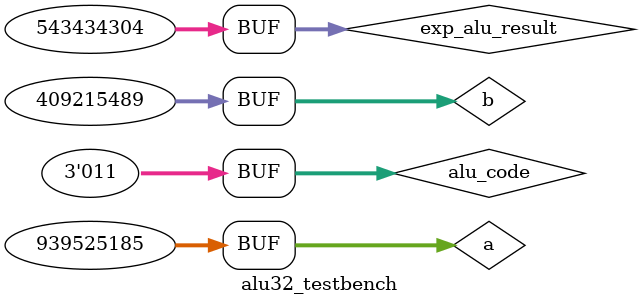
<source format=v>
`define DELAY 20
module alu32_testbench();
   reg [31:0] a;
   reg [31:0] b;
   reg [2:0] alu_code;
   reg [31:0] exp_alu_result;
   wire tresult;
   wire [31:0] alu_result;
   wire        zero;

   alu32 al0(alu_result, zero, a, b, alu_code);

   wire        t0, lt,eq,gt;
   comparator32x2 cmp(lt,eq,gt,alu_result, exp_alu_result);
   assign tresult = eq;

   initial begin
      a = 32'b0001_1000_0000_0000_0000_0100_0100_0001;
      b = 32'b0001_1000_0110_0100_0010_0010_0000_0001;
      alu_code = 3'b000;
      exp_alu_result = 32'b0001_1000_0000_0000_0000_0000_0000_0001;
      #`DELAY;
      a = 32'b0001_1000_0000_0000_0000_0100_0100_0001;
      b = 32'b0001_1000_0110_0100_0010_0010_0000_0001;
      alu_code = 3'b001;
      exp_alu_result = 32'b0001_1000_0110_0100_0010_0110_0100_0001;
      #`DELAY;
      a = 32'b0001_1000_0000_0000_0000_0100_0100_0001;
      b = 32'b0001_1000_0110_0100_0010_0010_0000_0001;
      alu_code = 3'b010;
      exp_alu_result = 32'b0011_0000_0110_0100_0010_0110_0100_0010;
      #`DELAY;
      a = 32'b0000_0000_0000_0001_1110_0010_0100_0000;
      b = 32'b0000_0000_0000_0101_0001_1010_0000_1001;
      alu_code = 3'b110;
      exp_alu_result = 32'b11111111111111001100100000110111;
      #`DELAY;
      a = 32'b0000_0000_0000_0101_0001_1010_0000_1001;
      b = 32'b0000_0000_0000_0001_1110_0010_0100_0000;
      alu_code = 3'b110;
      exp_alu_result = 32'b0000_0000_0000_0011_0011_0111_1100_1001;
      #`DELAY;
      a = 32'b0011_1000_0000_0000_0000_0100_0100_0001;
      b = 32'b0001_1000_0110_0100_0010_0010_0000_0001;
      alu_code = 3'b011;
      exp_alu_result = 32'b0010_0000_0110_0100_0010_0110_0100_0000;
   end

   initial begin
      $monitor("time = %2d, a =%32b, b=%32b, alu_result=%32b, exp_alu_result=%32b, alu_code=%3b, tresult=%1b", $time, a, b, alu_result, exp_alu_result, alu_code, tresult);
   end

endmodule //alu32_testbench

</source>
